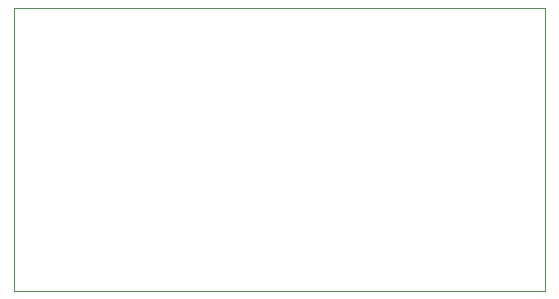
<source format=gm1>
%TF.GenerationSoftware,KiCad,Pcbnew,(6.0.8)*%
%TF.CreationDate,2022-12-06T12:54:16+01:00*%
%TF.ProjectId,Single-DCDC-Converter-Rev2,53696e67-6c65-42d4-9443-44432d436f6e,rev?*%
%TF.SameCoordinates,Original*%
%TF.FileFunction,Profile,NP*%
%FSLAX46Y46*%
G04 Gerber Fmt 4.6, Leading zero omitted, Abs format (unit mm)*
G04 Created by KiCad (PCBNEW (6.0.8)) date 2022-12-06 12:54:16*
%MOMM*%
%LPD*%
G01*
G04 APERTURE LIST*
%TA.AperFunction,Profile*%
%ADD10C,0.100000*%
%TD*%
G04 APERTURE END LIST*
D10*
X84000000Y-63200000D02*
X129000000Y-63200000D01*
X129000000Y-63200000D02*
X129000000Y-39200000D01*
X129000000Y-39200000D02*
X84000000Y-39200000D01*
X84000000Y-39200000D02*
X84000000Y-63200000D01*
M02*

</source>
